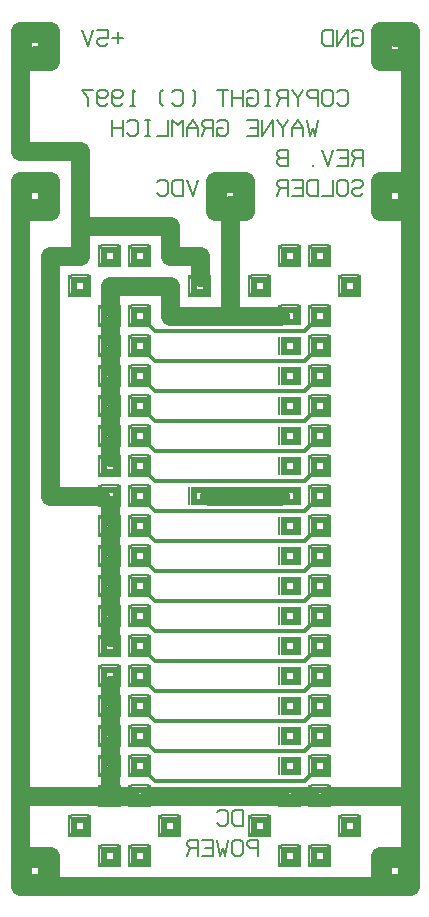
<source format=gbl>
%MOIN*%
%FSLAX23Y23*%
%ADD10C,.012*%
%ADD11C,.062*%
%ADD12C,.050X.024*%
%ADD13R,.062X.062X.024*%
%ADD14C,.016*%
%ADD15R,.008X.062*%
%ADD16R,.062X.008*%
%ADD17C,.008*%
%LPD*%
G90*X0Y0D02*X50Y50D02*D11*X150D01*X1250D01*       
X1350D01*Y150D01*X1250D01*Y50D01*D13*X1300Y100D03*
X1350Y150D02*D11*Y350D01*X1081D01*D13*X1050D03*   
D14*X1081Y381D03*Y319D03*X1019Y381D03*Y319D03*D15*
X1085Y350D03*X1015D03*D16*X1050Y385D03*Y315D03*   
X1019Y350D02*D11*X981D01*D13*X950D03*D14*         
X981Y319D03*X919D03*D15*X985Y350D03*X915D03*D16*  
X950Y315D03*X919Y350D02*D11*X481D01*D13*X450D03*  
D14*X481Y381D03*Y319D03*X419Y381D03*Y319D03*D15*  
X485Y350D03*X415D03*D16*X450Y385D03*Y315D03*      
X419Y350D02*D11*X381D01*D13*X350D03*D14*          
X381Y381D03*Y319D03*X319Y381D03*Y319D03*D15*      
X385Y350D03*X315D03*D16*X350Y385D03*Y315D03*      
X319Y350D02*D11*X50D01*Y150D01*Y50D01*D13*        
X100Y100D03*X150Y150D02*D11*Y50D01*X50Y150D02*    
X150D01*D13*X250Y250D03*D14*X281Y281D03*Y219D03*  
X219Y281D03*Y219D03*D15*X285Y250D03*X215D03*D16*  
X250Y285D03*Y215D03*X350Y381D02*D11*Y419D01*D13*  
Y450D03*D14*X381Y481D03*Y419D03*X319Y481D03*      
Y419D03*D15*X385Y450D03*X315D03*D16*X350Y485D03*  
Y415D03*Y481D02*D11*Y519D01*D13*Y550D03*D14*      
X381Y581D03*Y519D03*X319Y581D03*Y519D03*D15*      
X385Y550D03*X315D03*D16*X350Y585D03*Y515D03*      
Y581D02*D11*Y619D01*D13*Y650D03*D14*X381Y681D03*  
Y619D03*X319Y681D03*Y619D03*D15*X385Y650D03*      
X315D03*D16*X350Y685D03*Y615D03*Y681D02*D11*      
Y719D01*D13*Y750D03*D14*X381Y781D03*Y719D03*      
X319Y781D03*Y719D03*D15*X385Y750D03*X315D03*D16*  
X350Y785D03*Y715D03*D13*X450Y650D03*D14*          
X481Y681D03*Y619D03*X419Y681D03*Y619D03*D15*      
X485Y650D03*X415D03*D16*X450Y685D03*Y615D03*      
X481Y619D02*D10*X500Y600D01*X1000D01*X1019Y619D01*
D13*X1050Y650D03*D14*X1081Y681D03*Y619D03*        
X1019Y681D03*Y619D03*D15*X1085Y650D03*X1015D03*   
D16*X1050Y685D03*Y615D03*X1000Y700D02*D10*X500D01*
X481Y719D01*D13*X450Y750D03*D14*X481Y781D03*      
Y719D03*X419Y781D03*Y719D03*D15*X485Y750D03*      
X415D03*D16*X450Y785D03*Y715D03*X500Y800D02*D10*  
X1000D01*X1019Y819D01*D13*X1050Y850D03*D14*       
X1081Y881D03*Y819D03*X1019Y881D03*Y819D03*D15*    
X1085Y850D03*X1015D03*D16*X1050Y885D03*Y815D03*   
X1000Y900D02*D10*X500D01*X481Y919D01*D13*         
X450Y950D03*D14*X481Y981D03*Y919D03*X419Y981D03*  
Y919D03*D15*X485Y950D03*X415D03*D16*X450Y985D03*  
Y915D03*X500Y1000D02*D10*X1000D01*X1019Y1019D01*  
D13*X1050Y1050D03*D14*X1081Y1081D03*Y1019D03*     
X1019Y1081D03*Y1019D03*D15*X1085Y1050D03*X1015D03*
D16*X1050Y1085D03*Y1015D03*X1000Y1100D02*D10*     
X500D01*X481Y1119D01*D13*X450Y1150D03*D14*        
X481Y1181D03*Y1119D03*X419Y1181D03*Y1119D03*D15*  
X485Y1150D03*X415D03*D16*X450Y1185D03*Y1115D03*   
X500Y1200D02*D10*X1000D01*X1019Y1219D01*D13*      
X1050Y1250D03*D14*X1081Y1281D03*Y1219D03*         
X1019Y1281D03*Y1219D03*D15*X1085Y1250D03*X1015D03*
D16*X1050Y1285D03*Y1215D03*X1000Y1300D02*D10*     
X500D01*X481Y1319D01*D13*X450Y1350D03*D14*        
X481Y1381D03*Y1319D03*X419Y1381D03*Y1319D03*D15*  
X485Y1350D03*X415D03*D16*X450Y1385D03*Y1315D03*   
X500Y1400D02*D10*X1000D01*X1019Y1419D01*D13*      
X1050Y1450D03*D14*X1081Y1481D03*Y1419D03*         
X1019Y1481D03*Y1419D03*D15*X1085Y1450D03*X1015D03*
D16*X1050Y1485D03*Y1415D03*X1000Y1500D02*D10*     
X500D01*X481Y1519D01*D13*X450Y1550D03*D14*        
X481Y1581D03*Y1519D03*X419Y1581D03*Y1519D03*D15*  
X485Y1550D03*X415D03*D16*X450Y1585D03*Y1515D03*   
X500Y1600D02*D10*X1000D01*X1019Y1619D01*D13*      
X1050Y1650D03*D14*X1081Y1681D03*Y1619D03*         
X1019Y1681D03*Y1619D03*D15*X1085Y1650D03*X1015D03*
D16*X1050Y1685D03*Y1615D03*X1000Y1700D02*D10*     
X500D01*X481Y1719D01*D13*X450Y1750D03*D14*        
X481Y1781D03*Y1719D03*X419Y1781D03*Y1719D03*D15*  
X485Y1750D03*X415D03*D16*X450Y1785D03*Y1715D03*   
X500Y1800D02*D10*X1000D01*X1019Y1819D01*D13*      
X1050Y1850D03*D14*X1081Y1881D03*Y1819D03*         
X1019Y1881D03*Y1819D03*D15*X1085Y1850D03*X1015D03*
D16*X1050Y1885D03*Y1815D03*X1000Y1900D02*D10*     
X500D01*X481Y1919D01*D13*X450Y1950D03*D14*        
X481Y1981D03*Y1919D03*X419Y1981D03*Y1919D03*D15*  
X485Y1950D03*X415D03*D16*X450Y1985D03*Y1915D03*   
X550Y2050D02*D11*Y1950D01*X750D01*X919D01*D13*    
X950D03*D14*X981Y1981D03*X919D03*D15*X985Y1950D03*
X915D03*D16*X950Y1985D03*X1000Y1900D02*D10*       
X1019Y1919D01*D13*X1050Y1950D03*D14*X1081Y1981D03*
Y1919D03*X1019Y1981D03*Y1919D03*D15*X1085Y1950D03*
X1015D03*D16*X1050Y1985D03*Y1915D03*D13*          
X1150Y2050D03*D14*X1181Y2081D03*Y2019D03*         
X1119Y2081D03*Y2019D03*D15*X1185Y2050D03*X1115D03*
D16*X1150Y2085D03*Y2015D03*D13*X950Y1850D03*D15*  
X985D03*X915D03*D13*X850Y2050D03*D14*X881Y2081D03*
Y2019D03*X819Y2081D03*Y2019D03*D15*X885Y2050D03*  
X815D03*D16*X850Y2085D03*Y2015D03*D13*            
X950Y1750D03*D15*X985D03*X915D03*D13*             
X1050Y2150D03*D14*X1081Y2181D03*Y2119D03*         
X1019Y2181D03*Y2119D03*D15*X1085Y2150D03*X1015D03*
D16*X1050Y2185D03*Y2115D03*D13*Y1750D03*D14*      
X1081Y1781D03*Y1719D03*X1019Y1781D03*Y1719D03*D15*
X1085Y1750D03*X1015D03*D16*X1050Y1785D03*Y1715D03*
X1019Y1719D02*D10*X1000Y1700D01*D13*X950Y1650D03* 
D15*X985D03*X915D03*D13*X950Y1550D03*D15*X985D03* 
X915D03*D13*X1050D03*D14*X1081Y1581D03*Y1519D03*  
X1019Y1581D03*Y1519D03*D15*X1085Y1550D03*X1015D03*
D16*X1050Y1585D03*Y1515D03*X1019Y1519D02*D10*     
X1000Y1500D01*D13*X950Y1450D03*D15*X985D03*       
X915D03*D13*X950Y1350D03*D15*X985D03*X915D03*     
X919D02*D11*X681D01*D13*X650D03*D15*X685D03*      
X615D03*X500Y1200D02*D10*X481Y1219D01*D13*        
X450Y1250D03*D14*X481Y1281D03*Y1219D03*           
X419Y1281D03*Y1219D03*D15*X485Y1250D03*X415D03*   
D16*X450Y1285D03*Y1215D03*D13*X350Y1350D03*D14*   
X381Y1381D03*Y1319D03*X319Y1381D03*Y1319D03*D15*  
X385Y1350D03*X315D03*D16*X350Y1385D03*Y1315D03*   
Y1319D02*D11*Y1281D01*D13*Y1250D03*D14*           
X381Y1281D03*Y1219D03*X319Y1281D03*Y1219D03*D15*  
X385Y1250D03*X315D03*D16*X350Y1285D03*Y1215D03*   
Y1219D02*D11*Y1181D01*D13*Y1150D03*D14*           
X381Y1181D03*Y1119D03*X319Y1181D03*Y1119D03*D15*  
X385Y1150D03*X315D03*D16*X350Y1185D03*Y1115D03*   
Y1119D02*D11*Y1081D01*D13*Y1050D03*D14*           
X381Y1081D03*Y1019D03*X319Y1081D03*Y1019D03*D15*  
X385Y1050D03*X315D03*D16*X350Y1085D03*Y1015D03*   
Y1019D02*D11*Y981D01*D13*Y950D03*D14*X381Y981D03* 
Y919D03*X319Y981D03*Y919D03*D15*X385Y950D03*      
X315D03*D16*X350Y985D03*Y915D03*Y919D02*D11*      
Y881D01*D13*Y850D03*D14*X381Y881D03*Y819D03*      
X319Y881D03*Y819D03*D15*X385Y850D03*X315D03*D16*  
X350Y885D03*Y815D03*D13*X450Y850D03*D14*          
X481Y881D03*Y819D03*X419Y881D03*Y819D03*D15*      
X485Y850D03*X415D03*D16*X450Y885D03*Y815D03*      
X481Y819D02*D10*X500Y800D01*Y1000D02*X481Y1019D01*
D13*X450Y1050D03*D14*X481Y1081D03*Y1019D03*       
X419Y1081D03*Y1019D03*D15*X485Y1050D03*X415D03*   
D16*X450Y1085D03*Y1015D03*X150Y1350D02*D11*       
X319D01*D13*X450Y1450D03*D14*X481Y1481D03*        
Y1419D03*X419Y1481D03*Y1419D03*D15*X485Y1450D03*  
X415D03*D16*X450Y1485D03*Y1415D03*X481Y1419D02*   
D10*X500Y1400D01*D13*X350Y1550D03*D14*            
X381Y1581D03*Y1519D03*X319Y1581D03*Y1519D03*D15*  
X385Y1550D03*X315D03*D16*X350Y1585D03*Y1515D03*   
Y1519D02*D11*Y1481D01*D13*Y1450D03*D14*           
X381Y1481D03*Y1419D03*X319Y1481D03*Y1419D03*D15*  
X385Y1450D03*X315D03*D16*X350Y1485D03*Y1415D03*   
Y1581D02*D11*Y1619D01*D13*Y1650D03*D14*           
X381Y1681D03*Y1619D03*X319Y1681D03*Y1619D03*D15*  
X385Y1650D03*X315D03*D16*X350Y1685D03*Y1615D03*   
Y1681D02*D11*Y1719D01*D13*Y1750D03*D14*           
X381Y1781D03*Y1719D03*X319Y1781D03*Y1719D03*D15*  
X385Y1750D03*X315D03*D16*X350Y1785D03*Y1715D03*   
Y1781D02*D11*Y1819D01*D13*Y1850D03*D14*           
X381Y1881D03*Y1819D03*X319Y1881D03*Y1819D03*D15*  
X385Y1850D03*X315D03*D16*X350Y1885D03*Y1815D03*   
Y1881D02*D11*Y1919D01*D13*Y1950D03*D14*           
X381Y1981D03*Y1919D03*X319Y1981D03*Y1919D03*D15*  
X385Y1950D03*X315D03*D16*X350Y1985D03*Y1915D03*   
Y1981D02*D11*Y2050D01*X550D01*X650Y2150D02*       
Y2081D01*D13*Y2050D03*D14*X681Y2081D03*Y2019D03*  
X619Y2081D03*Y2019D03*D15*X685Y2050D03*X615D03*   
D16*X650Y2085D03*Y2015D03*X750Y1950D02*D11*       
Y2300D01*X700D01*Y2400D01*X800D01*Y2300D01*       
X750D01*Y2319D01*D13*Y2350D03*X1159Y2395D02*D17*  
X1168Y2404D01*X1186D01*X1195Y2395D01*Y2386D01*    
X1186Y2377D01*X1168D01*X1159Y2368D01*Y2359D01*    
X1168Y2350D01*X1186D01*X1195Y2359D01*X1109D02*    
X1118Y2350D01*X1136D01*X1145Y2359D01*Y2395D01*    
X1136Y2404D01*X1118D01*X1109Y2395D01*Y2359D01*    
X1095Y2404D02*Y2350D01*X1059D01*X1045D02*Y2404D01*
X1018D01*X1009Y2395D01*Y2359D01*X1018Y2350D01*    
X1045D01*X959D02*X995D01*Y2404D01*X959D01*        
X995Y2377D02*X968D01*X945Y2350D02*Y2404D01*       
X918D01*X909Y2395D01*Y2386D01*X918Y2377D01*       
X945D01*X918D02*X909Y2350D01*X1195Y2450D02*       
Y2504D01*X1168D01*X1159Y2495D01*Y2486D01*         
X1168Y2477D01*X1195D01*X1168D02*X1159Y2450D01*    
X1109D02*X1145D01*Y2504D01*X1109D01*X1145Y2477D02*
X1118D01*X1095Y2504D02*X1077Y2450D01*             
X1059Y2504D01*X1027Y2450D03*X945D02*Y2504D01*     
X918D01*X909Y2495D01*Y2486D01*X918Y2477D01*       
X909Y2468D01*Y2459D01*X918Y2450D01*X945D01*       
Y2477D02*X918D01*D13*X950Y2150D03*D14*            
X981Y2181D03*Y2119D03*X919Y2181D03*Y2119D03*D15*  
X985Y2150D03*X915D03*D16*X950Y2185D03*Y2115D03*   
X550Y2150D02*D11*X650D01*X550Y2250D02*Y2150D01*   
Y2250D02*X250D01*Y2150D01*X150D01*Y1350D01*D13*   
X450Y1650D03*D14*X481Y1681D03*Y1619D03*           
X419Y1681D03*Y1619D03*D15*X485Y1650D03*X415D03*   
D16*X450Y1685D03*Y1615D03*X481Y1619D02*D10*       
X500Y1600D01*Y1800D02*X481Y1819D01*D13*           
X450Y1850D03*D14*X481Y1881D03*Y1819D03*           
X419Y1881D03*Y1819D03*D15*X485Y1850D03*X415D03*   
D16*X450Y1885D03*Y1815D03*D13*X250Y2050D03*D14*   
X281Y2081D03*Y2019D03*X219Y2081D03*Y2019D03*D15*  
X285Y2050D03*X215D03*D16*X250Y2085D03*Y2015D03*   
D13*X450Y2150D03*D14*X481Y2181D03*Y2119D03*       
X419Y2181D03*Y2119D03*D15*X485Y2150D03*X415D03*   
D16*X450Y2185D03*Y2115D03*D13*X350Y2150D03*D14*   
X381Y2181D03*Y2119D03*X319Y2181D03*Y2119D03*D15*  
X385Y2150D03*X315D03*D16*X350Y2185D03*Y2115D03*   
X250Y2250D02*D11*Y2500D01*X50D01*Y2800D01*X100D01*
X150D01*Y2900D01*X50D01*Y2800D01*D13*X100Y2850D03*
Y2819D02*D11*Y2800D01*X1109Y2659D02*D17*          
X1118Y2650D01*X1136D01*X1145Y2659D01*Y2695D01*    
X1136Y2704D01*X1118D01*X1109Y2695D01*             
X1059Y2659D02*X1068Y2650D01*X1086D01*             
X1095Y2659D01*Y2695D01*X1086Y2704D01*X1068D01*    
X1059Y2695D01*Y2659D01*X1045Y2650D02*Y2704D01*    
X1018D01*X1009Y2695D01*Y2686D01*X1018Y2677D01*    
X1045D01*X995Y2704D02*X977Y2677D01*X959Y2704D01*  
X977Y2677D02*Y2650D01*X945D02*Y2704D01*X918D01*   
X909Y2695D01*Y2686D01*X918Y2677D01*X945D01*       
X918D02*X909Y2650D01*X877D02*Y2704D01*            
X886Y2650D02*X868D01*X886Y2704D02*X868D01*        
X809Y2659D02*X818Y2650D01*X836D01*X845Y2659D01*   
Y2695D01*X836Y2704D01*X818D01*X809Y2695D01*       
X827Y2677D02*X809D01*Y2650D01*X795D02*Y2704D01*   
X759Y2650D02*Y2704D01*X795Y2677D02*X759D01*       
X727Y2650D02*Y2704D01*X745D02*X709D01*X627D02*    
X636Y2695D01*Y2659D01*X627Y2650D01*X559Y2659D02*  
X568Y2650D01*X586D01*X595Y2659D01*Y2695D01*       
X586Y2704D01*X568D01*X559Y2695D01*X527Y2704D02*   
X518Y2695D01*Y2659D01*X527Y2650D01*X436Y2695D02*  
X427Y2704D01*Y2650D01*X436D02*X418D01*            
X359Y2686D02*X368Y2677D01*X386D01*X395Y2686D01*   
Y2695D01*X386Y2704D01*X368D01*X359Y2695D01*       
Y2659D01*X368Y2650D01*X386D01*X395Y2659D01*       
X309Y2686D02*X318Y2677D01*X336D01*X345Y2686D01*   
Y2695D01*X336Y2704D01*X318D01*X309Y2695D01*       
Y2659D01*X318Y2650D01*X336D01*X345Y2659D01*       
X295Y2704D02*X259D01*X277Y2677D01*Y2650D01*       
X395Y2877D02*X359D01*X377Y2895D02*Y2859D01*       
X309Y2904D02*X345D01*Y2877D01*X318D01*            
X309Y2868D01*Y2859D01*X318Y2850D01*X336D01*       
X345Y2859D01*X295Y2904D02*X277Y2850D01*           
X259Y2904D01*X1045Y2604D02*X1036Y2550D01*         
X1027Y2577D01*X1018Y2550D01*X1009Y2604D01*        
X995Y2550D02*Y2577D01*X977Y2604D01*X959Y2577D01*  
Y2550D01*X995Y2577D02*X959D01*X945Y2604D02*       
X927Y2577D01*X909Y2604D01*X927Y2577D02*Y2550D01*  
X895D02*Y2604D01*X859Y2550D01*Y2604D01*           
X809Y2550D02*X845D01*Y2604D01*X809D01*            
X845Y2577D02*X818D01*X709Y2559D02*X718Y2550D01*   
X736D01*X745Y2559D01*Y2595D01*X736Y2604D01*       
X718D01*X709Y2595D01*X727Y2577D02*X709D01*        
Y2550D01*X695D02*Y2604D01*X668D01*X659Y2595D01*   
Y2586D01*X668Y2577D01*X695D01*X668D02*            
X659Y2550D01*X645D02*Y2577D01*X627Y2604D01*       
X609Y2577D01*Y2550D01*X645Y2577D02*X609D01*       
X595Y2550D02*Y2604D01*X577Y2586D01*X559Y2604D01*  
Y2550D01*X545Y2604D02*Y2550D01*X509D01*X477D02*   
Y2604D01*X486Y2550D02*X468D01*X486Y2604D02*       
X468D01*X409Y2559D02*X418Y2550D01*X436D01*        
X445Y2559D01*Y2595D01*X436Y2604D01*X418D01*       
X409Y2595D01*X395Y2550D02*Y2604D01*X359Y2550D02*  
Y2604D01*X395Y2577D02*X359D01*X50Y2400D02*D11*    
Y2300D01*Y350D01*D13*X350Y150D03*D14*X381Y181D03* 
Y119D03*X319Y181D03*Y119D03*D15*X385Y150D03*      
X315D03*D16*X350Y185D03*Y115D03*D13*X450Y150D03*  
D14*X481Y181D03*Y119D03*X419Y181D03*Y119D03*D15*  
X485Y150D03*X415D03*D16*X450Y185D03*Y115D03*D13*  
Y450D03*D14*X481Y481D03*Y419D03*X419Y481D03*      
Y419D03*D15*X485Y450D03*X415D03*D16*X450Y485D03*  
Y415D03*X481Y419D02*D10*X500Y400D01*X1000D01*     
X1019Y419D01*D13*X1050Y450D03*D14*X1081Y481D03*   
Y419D03*X1019Y481D03*Y419D03*D15*X1085Y450D03*    
X1015D03*D16*X1050Y485D03*Y415D03*X1000Y500D02*   
D10*X500D01*X481Y519D01*D13*X450Y550D03*D14*      
X481Y581D03*Y519D03*X419Y581D03*Y519D03*D15*      
X485Y550D03*X415D03*D16*X450Y585D03*Y515D03*D13*  
X550Y250D03*D14*X581Y281D03*Y219D03*X519Y281D03*  
Y219D03*D15*X585Y250D03*X515D03*D16*X550Y285D03*  
Y215D03*X795Y250D02*D17*Y304D01*X768D01*          
X759Y295D01*Y259D01*X768Y250D01*X795D01*          
X709Y259D02*X718Y250D01*X736D01*X745Y259D01*      
Y295D01*X736Y304D01*X718D01*X709Y295D01*D13*      
X850Y250D03*D14*X881Y281D03*Y219D03*X819Y281D03*  
Y219D03*D15*X885Y250D03*X815D03*D16*X850Y285D03*  
Y215D03*X845Y150D02*D17*Y204D01*X818D01*          
X809Y195D01*Y186D01*X818Y177D01*X845D01*          
X759Y159D02*X768Y150D01*X786D01*X795Y159D01*      
Y195D01*X786Y204D01*X768D01*X759Y195D01*Y159D01*  
X745Y204D02*X736Y150D01*X727Y177D01*X718Y150D01*  
X709Y204D01*X659Y150D02*X695D01*Y204D01*X659D01*  
X695Y177D02*X668D01*X645Y150D02*Y204D01*X618D01*  
X609Y195D01*Y186D01*X618Y177D01*X645D01*X618D02*  
X609Y150D01*D13*X950Y1050D03*D15*X985D03*X915D03* 
D13*X950Y150D03*D14*X981Y181D03*Y119D03*          
X919Y181D03*Y119D03*D15*X985Y150D03*X915D03*D16*  
X950Y185D03*Y115D03*D13*Y450D03*D15*X985D03*      
X915D03*D13*X950Y550D03*D15*X985D03*X915D03*D13*  
X950Y650D03*D15*X985D03*X915D03*D13*X950Y750D03*  
D15*X985D03*X915D03*D13*X950Y850D03*D15*X985D03*  
X915D03*D13*X950Y950D03*D15*X985D03*X915D03*      
X1000Y1100D02*D10*X1019Y1119D01*D13*X1050Y1150D03*
D14*X1081Y1181D03*Y1119D03*X1019Y1181D03*Y1119D03*
D15*X1085Y1150D03*X1015D03*D16*X1050Y1185D03*     
Y1115D03*D13*X950Y1250D03*D15*X985D03*X915D03*D13*
X950Y1150D03*D15*X985D03*X915D03*X1000Y1300D02*   
D10*X1019Y1319D01*D13*X1050Y1350D03*D14*          
X1081Y1381D03*Y1319D03*X1019Y1381D03*Y1319D03*D15*
X1085Y1350D03*X1015D03*D16*X1050Y1385D03*Y1315D03*
D13*Y950D03*D14*X1081Y981D03*Y919D03*X1019Y981D03*
Y919D03*D15*X1085Y950D03*X1015D03*D16*            
X1050Y985D03*Y915D03*X1019Y919D02*D10*            
X1000Y900D01*D13*X1050Y750D03*D14*X1081Y781D03*   
Y719D03*X1019Y781D03*Y719D03*D15*X1085Y750D03*    
X1015D03*D16*X1050Y785D03*Y715D03*X1019Y719D02*   
D10*X1000Y700D01*D13*X1050Y550D03*D14*            
X1081Y581D03*Y519D03*X1019Y581D03*Y519D03*D15*    
X1085Y550D03*X1015D03*D16*X1050Y585D03*Y515D03*   
X1019Y519D02*D10*X1000Y500D01*D13*X1150Y250D03*   
D14*X1181Y281D03*Y219D03*X1119Y281D03*Y219D03*D15*
X1185Y250D03*X1115D03*D16*X1150Y285D03*Y215D03*   
X795Y250D02*D17*Y304D01*X768D01*X759Y295D01*      
Y259D01*X768Y250D01*X795D01*X709Y259D02*          
X718Y250D01*X736D01*X745Y259D01*Y295D01*          
X736Y304D01*X718D01*X709Y295D01*X1350Y350D02*D11* 
Y2300D01*X1250D01*Y2400D01*X1350D01*Y2300D01*D13* 
X1300Y2350D03*X1350Y2400D02*D11*Y2800D01*X1250D01*
Y2900D01*X1300D01*Y2881D01*D13*Y2850D03*          
X1350Y2800D02*D11*Y2900D01*X1300D01*X1159Y2859D02*
D17*X1168Y2850D01*X1186D01*X1195Y2859D01*Y2895D01*
X1186Y2904D01*X1168D01*X1159Y2895D01*             
X1177Y2877D02*X1159D01*Y2850D01*X1145D02*Y2904D01*
X1109Y2850D01*Y2904D01*X1095Y2850D02*Y2904D01*    
X1068D01*X1059Y2895D01*Y2859D01*X1068Y2850D01*    
X1095D01*X1195Y2450D02*Y2504D01*X1168D01*         
X1159Y2495D01*Y2486D01*X1168Y2477D01*X1195D01*    
X1168D02*X1159Y2450D01*X1109D02*X1145D01*Y2504D01*
X1109D01*X1145Y2477D02*X1118D01*X1095Y2504D02*    
X1077Y2450D01*X1059Y2504D01*X1027Y2450D03*X945D02*
Y2504D01*X918D01*X909Y2495D01*Y2486D01*           
X918Y2477D01*X909Y2468D01*Y2459D01*X918Y2450D01*  
X945D01*Y2477D02*X918D01*X1159Y2395D02*           
X1168Y2404D01*X1186D01*X1195Y2395D01*Y2386D01*    
X1186Y2377D01*X1168D01*X1159Y2368D01*Y2359D01*    
X1168Y2350D01*X1186D01*X1195Y2359D01*X1109D02*    
X1118Y2350D01*X1136D01*X1145Y2359D01*Y2395D01*    
X1136Y2404D01*X1118D01*X1109Y2395D01*Y2359D01*    
X1095Y2404D02*Y2350D01*X1059D01*X1045D02*Y2404D01*
X1018D01*X1009Y2395D01*Y2359D01*X1018Y2350D01*    
X1045D01*X959D02*X995D01*Y2404D01*X959D01*        
X995Y2377D02*X968D01*X945Y2350D02*Y2404D01*       
X918D01*X909Y2395D01*Y2386D01*X918Y2377D01*       
X945D01*X918D02*X909Y2350D01*X645Y2404D02*        
X627Y2350D01*X609Y2404D01*X595Y2350D02*Y2404D01*  
X568D01*X559Y2395D01*Y2359D01*X568Y2350D01*       
X595D01*X509Y2359D02*X518Y2350D01*X536D01*        
X545Y2359D01*Y2395D01*X536Y2404D01*X518D01*       
X509Y2395D01*X1045Y2604D02*X1036Y2550D01*         
X1027Y2577D01*X1018Y2550D01*X1009Y2604D01*        
X995Y2550D02*Y2577D01*X977Y2604D01*X959Y2577D01*  
Y2550D01*X995Y2577D02*X959D01*X945Y2604D02*       
X927Y2577D01*X909Y2604D01*X927Y2577D02*Y2550D01*  
X895D02*Y2604D01*X859Y2550D01*Y2604D01*           
X809Y2550D02*X845D01*Y2604D01*X809D01*            
X845Y2577D02*X818D01*X709Y2559D02*X718Y2550D01*   
X736D01*X745Y2559D01*Y2595D01*X736Y2604D01*       
X718D01*X709Y2595D01*X727Y2577D02*X709D01*        
Y2550D01*X695D02*Y2604D01*X668D01*X659Y2595D01*   
Y2586D01*X668Y2577D01*X695D01*X668D02*            
X659Y2550D01*X645D02*Y2577D01*X627Y2604D01*       
X609Y2577D01*Y2550D01*X645Y2577D02*X609D01*       
X595Y2550D02*Y2604D01*X577Y2586D01*X559Y2604D01*  
Y2550D01*X545Y2604D02*Y2550D01*X509D01*X477D02*   
Y2604D01*X486Y2550D02*X468D01*X486Y2604D02*       
X468D01*X409Y2559D02*X418Y2550D01*X436D01*        
X445Y2559D01*Y2595D01*X436Y2604D01*X418D01*       
X409Y2595D01*X395Y2550D02*Y2604D01*X359Y2550D02*  
Y2604D01*X395Y2577D02*X359D01*X395Y2877D02*       
X359D01*X377Y2895D02*Y2859D01*X309Y2904D02*       
X345D01*Y2877D01*X318D01*X309Y2868D01*Y2859D01*   
X318Y2850D01*X336D01*X345Y2859D01*X295Y2904D02*   
X277Y2850D01*X259Y2904D01*X1109Y2659D02*          
X1118Y2650D01*X1136D01*X1145Y2659D01*Y2695D01*    
X1136Y2704D01*X1118D01*X1109Y2695D01*             
X1059Y2659D02*X1068Y2650D01*X1086D01*             
X1095Y2659D01*Y2695D01*X1086Y2704D01*X1068D01*    
X1059Y2695D01*Y2659D01*X1045Y2650D02*Y2704D01*    
X1018D01*X1009Y2695D01*Y2686D01*X1018Y2677D01*    
X1045D01*X995Y2704D02*X977Y2677D01*X959Y2704D01*  
X977Y2677D02*Y2650D01*X945D02*Y2704D01*X918D01*   
X909Y2695D01*Y2686D01*X918Y2677D01*X945D01*       
X918D02*X909Y2650D01*X877D02*Y2704D01*            
X886Y2650D02*X868D01*X886Y2704D02*X868D01*        
X809Y2659D02*X818Y2650D01*X836D01*X845Y2659D01*   
Y2695D01*X836Y2704D01*X818D01*X809Y2695D01*       
X827Y2677D02*X809D01*Y2650D01*X795D02*Y2704D01*   
X759Y2650D02*Y2704D01*X795Y2677D02*X759D01*       
X727Y2650D02*Y2704D01*X745D02*X709D01*X627D02*    
X636Y2695D01*Y2659D01*X627Y2650D01*X559Y2659D02*  
X568Y2650D01*X586D01*X595Y2659D01*Y2695D01*       
X586Y2704D01*X568D01*X559Y2695D01*X527Y2704D02*   
X518Y2695D01*Y2659D01*X527Y2650D01*X436Y2695D02*  
X427Y2704D01*Y2650D01*X436D02*X418D01*            
X359Y2686D02*X368Y2677D01*X386D01*X395Y2686D01*   
Y2695D01*X386Y2704D01*X368D01*X359Y2695D01*       
Y2659D01*X368Y2650D01*X386D01*X395Y2659D01*       
X309Y2686D02*X318Y2677D01*X336D01*X345Y2686D01*   
Y2695D01*X336Y2704D01*X318D01*X309Y2695D01*       
Y2659D01*X318Y2650D01*X336D01*X345Y2659D01*       
X295Y2704D02*X259D01*X277Y2677D01*Y2650D01*       
X150Y2400D02*D11*Y2300D01*X50D01*D13*X100Y2350D03*
X150Y2400D02*D11*X50D01*X1109Y2659D02*D17*        
X1118Y2650D01*X1136D01*X1145Y2659D01*Y2695D01*    
X1136Y2704D01*X1118D01*X1109Y2695D01*             
X1059Y2659D02*X1068Y2650D01*X1086D01*             
X1095Y2659D01*Y2695D01*X1086Y2704D01*X1068D01*    
X1059Y2695D01*Y2659D01*X1045Y2650D02*Y2704D01*    
X1018D01*X1009Y2695D01*Y2686D01*X1018Y2677D01*    
X1045D01*X995Y2704D02*X977Y2677D01*X959Y2704D01*  
X977Y2677D02*Y2650D01*X945D02*Y2704D01*X918D01*   
X909Y2695D01*Y2686D01*X918Y2677D01*X945D01*       
X918D02*X909Y2650D01*X877D02*Y2704D01*            
X886Y2650D02*X868D01*X886Y2704D02*X868D01*        
X809Y2659D02*X818Y2650D01*X836D01*X845Y2659D01*   
Y2695D01*X836Y2704D01*X818D01*X809Y2695D01*       
X827Y2677D02*X809D01*Y2650D01*X795D02*Y2704D01*   
X759Y2650D02*Y2704D01*X795Y2677D02*X759D01*       
X727Y2650D02*Y2704D01*X745D02*X709D01*X627D02*    
X636Y2695D01*Y2659D01*X627Y2650D01*X559Y2659D02*  
X568Y2650D01*X586D01*X595Y2659D01*Y2695D01*       
X586Y2704D01*X568D01*X559Y2695D01*X527Y2704D02*   
X518Y2695D01*Y2659D01*X527Y2650D01*X436Y2695D02*  
X427Y2704D01*Y2650D01*X436D02*X418D01*            
X359Y2686D02*X368Y2677D01*X386D01*X395Y2686D01*   
Y2695D01*X386Y2704D01*X368D01*X359Y2695D01*       
Y2659D01*X368Y2650D01*X386D01*X395Y2659D01*       
X309Y2686D02*X318Y2677D01*X336D01*X345Y2686D01*   
Y2695D01*X336Y2704D01*X318D01*X309Y2695D01*       
Y2659D01*X318Y2650D01*X336D01*X345Y2659D01*       
X295Y2704D02*X259D01*X277Y2677D01*Y2650D01*       
X1045Y2604D02*X1036Y2550D01*X1027Y2577D01*        
X1018Y2550D01*X1009Y2604D01*X995Y2550D02*Y2577D01*
X977Y2604D01*X959Y2577D01*Y2550D01*X995Y2577D02*  
X959D01*X945Y2604D02*X927Y2577D01*X909Y2604D01*   
X927Y2577D02*Y2550D01*X895D02*Y2604D01*           
X859Y2550D01*Y2604D01*X809Y2550D02*X845D01*       
Y2604D01*X809D01*X845Y2577D02*X818D01*            
X709Y2559D02*X718Y2550D01*X736D01*X745Y2559D01*   
Y2595D01*X736Y2604D01*X718D01*X709Y2595D01*       
X727Y2577D02*X709D01*Y2550D01*X695D02*Y2604D01*   
X668D01*X659Y2595D01*Y2586D01*X668Y2577D01*       
X695D01*X668D02*X659Y2550D01*X645D02*Y2577D01*    
X627Y2604D01*X609Y2577D01*Y2550D01*X645Y2577D02*  
X609D01*X595Y2550D02*Y2604D01*X577Y2586D01*       
X559Y2604D01*Y2550D01*X545Y2604D02*Y2550D01*      
X509D01*X477D02*Y2604D01*X486Y2550D02*X468D01*    
X486Y2604D02*X468D01*X409Y2559D02*X418Y2550D01*   
X436D01*X445Y2559D01*Y2595D01*X436Y2604D01*       
X418D01*X409Y2595D01*X395Y2550D02*Y2604D01*       
X359Y2550D02*Y2604D01*X395Y2577D02*X359D01*       
X395Y2877D02*X359D01*X377Y2895D02*Y2859D01*       
X309Y2904D02*X345D01*Y2877D01*X318D01*            
X309Y2868D01*Y2859D01*X318Y2850D01*X336D01*       
X345Y2859D01*X295Y2904D02*X277Y2850D01*           
X259Y2904D01*X645Y2404D02*X627Y2350D01*           
X609Y2404D01*X595Y2350D02*Y2404D01*X568D01*       
X559Y2395D01*Y2359D01*X568Y2350D01*X595D01*       
X509Y2359D02*X518Y2350D01*X536D01*X545Y2359D01*   
Y2395D01*X536Y2404D01*X518D01*X509Y2395D01*       
X1159D02*X1168Y2404D01*X1186D01*X1195Y2395D01*    
Y2386D01*X1186Y2377D01*X1168D01*X1159Y2368D01*    
Y2359D01*X1168Y2350D01*X1186D01*X1195Y2359D01*    
X1109D02*X1118Y2350D01*X1136D01*X1145Y2359D01*    
Y2395D01*X1136Y2404D01*X1118D01*X1109Y2395D01*    
Y2359D01*X1095Y2404D02*Y2350D01*X1059D01*X1045D02*
Y2404D01*X1018D01*X1009Y2395D01*Y2359D01*         
X1018Y2350D01*X1045D01*X959D02*X995D01*Y2404D01*  
X959D01*X995Y2377D02*X968D01*X945Y2350D02*        
Y2404D01*X918D01*X909Y2395D01*Y2386D01*           
X918Y2377D01*X945D01*X918D02*X909Y2350D01*        
X1195Y2450D02*Y2504D01*X1168D01*X1159Y2495D01*    
Y2486D01*X1168Y2477D01*X1195D01*X1168D02*         
X1159Y2450D01*X1109D02*X1145D01*Y2504D01*X1109D01*
X1145Y2477D02*X1118D01*X1095Y2504D02*             
X1077Y2450D01*X1059Y2504D01*X1027Y2450D03*X945D02*
Y2504D01*X918D01*X909Y2495D01*Y2486D01*           
X918Y2477D01*X909Y2468D01*Y2459D01*X918Y2450D01*  
X945D01*Y2477D02*X918D01*X1159Y2859D02*           
X1168Y2850D01*X1186D01*X1195Y2859D01*Y2895D01*    
X1186Y2904D01*X1168D01*X1159Y2895D01*             
X1177Y2877D02*X1159D01*Y2850D01*X1145D02*Y2904D01*
X1109Y2850D01*Y2904D01*X1095Y2850D02*Y2904D01*    
X1068D01*X1059Y2895D01*Y2859D01*X1068Y2850D01*    
X1095D01*X795Y250D02*Y304D01*X768D01*X759Y295D01* 
Y259D01*X768Y250D01*X795D01*X709Y259D02*          
X718Y250D01*X736D01*X745Y259D01*Y295D01*          
X736Y304D01*X718D01*X709Y295D01*X845Y150D02*      
Y204D01*X818D01*X809Y195D01*Y186D01*X818Y177D01*  
X845D01*X759Y159D02*X768Y150D01*X786D01*          
X795Y159D01*Y195D01*X786Y204D01*X768D01*          
X759Y195D01*Y159D01*X745Y204D02*X736Y150D01*      
X727Y177D01*X718Y150D01*X709Y204D01*X659Y150D02*  
X695D01*Y204D01*X659D01*X695Y177D02*X668D01*      
X645Y150D02*Y204D01*X618D01*X609Y195D01*Y186D01*  
X618Y177D01*X645D01*X618D02*X609Y150D01*D13*      
X1050D03*D14*X1081Y181D03*Y119D03*X1019Y181D03*   
Y119D03*D15*X1085Y150D03*X1015D03*D16*            
X1050Y185D03*Y115D03*M02*                         

</source>
